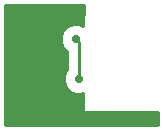
<source format=gbl>
G04 (created by PCBNEW (2013-08-24 BZR 4298)-stable) date Sat 14 Dec 2013 11:15:10 AM PST*
%MOIN*%
G04 Gerber Fmt 3.4, Leading zero omitted, Abs format*
%FSLAX34Y34*%
G01*
G70*
G90*
G04 APERTURE LIST*
%ADD10C,0.005906*%
%ADD11C,0.027559*%
%ADD12C,0.009843*%
%ADD13C,0.010000*%
G04 APERTURE END LIST*
G54D10*
G54D11*
X56578Y-42830D03*
X56480Y-41500D03*
X54988Y-43185D03*
X54944Y-41866D03*
G54D12*
X56578Y-41598D02*
X56578Y-42830D01*
X56480Y-41500D02*
X56578Y-41598D01*
X54988Y-41909D02*
X54988Y-43185D01*
X54944Y-41866D02*
X54988Y-41909D01*
G54D10*
G36*
X59201Y-44379D02*
X54124Y-44379D01*
X54124Y-40353D01*
X56728Y-40353D01*
X56727Y-41058D01*
X56580Y-40997D01*
X56380Y-40997D01*
X56195Y-41073D01*
X56054Y-41214D01*
X55977Y-41399D01*
X55977Y-41599D01*
X56053Y-41784D01*
X56164Y-41895D01*
X56164Y-42533D01*
X56152Y-42545D01*
X56076Y-42730D01*
X56075Y-42930D01*
X56152Y-43115D01*
X56293Y-43256D01*
X56478Y-43333D01*
X56678Y-43333D01*
X56721Y-43315D01*
X56719Y-43938D01*
X59201Y-43924D01*
X59201Y-44379D01*
X59201Y-44379D01*
G37*
G54D13*
X59201Y-44379D02*
X54124Y-44379D01*
X54124Y-40353D01*
X56728Y-40353D01*
X56727Y-41058D01*
X56580Y-40997D01*
X56380Y-40997D01*
X56195Y-41073D01*
X56054Y-41214D01*
X55977Y-41399D01*
X55977Y-41599D01*
X56053Y-41784D01*
X56164Y-41895D01*
X56164Y-42533D01*
X56152Y-42545D01*
X56076Y-42730D01*
X56075Y-42930D01*
X56152Y-43115D01*
X56293Y-43256D01*
X56478Y-43333D01*
X56678Y-43333D01*
X56721Y-43315D01*
X56719Y-43938D01*
X59201Y-43924D01*
X59201Y-44379D01*
M02*

</source>
